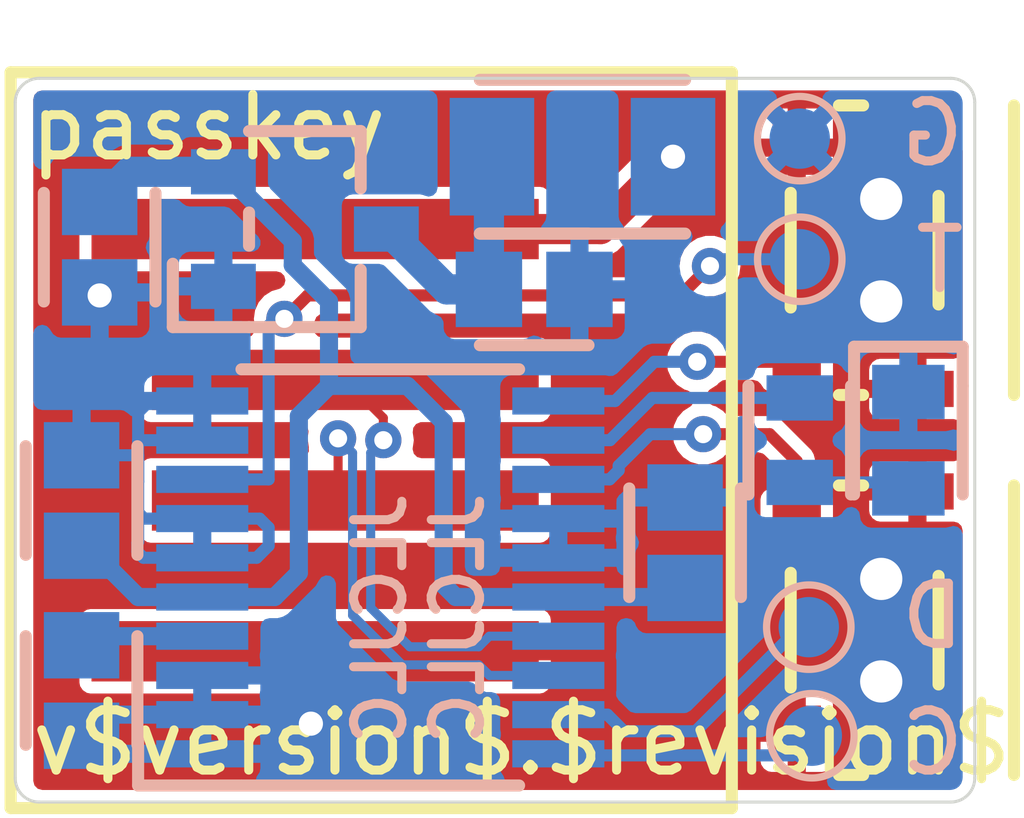
<source format=kicad_pcb>
(kicad_pcb (version 20240108) (generator "pcbnew") (generator_version "8.0")
  (title_block (title "passkey") (date "$date$") (rev "$version$.$revision$") (company "CuVoodoo") (comment 1 "King Kévin") (comment 2 "CERN-OHL-S"))
  (layers (0 "F.Cu" signal) (31 "B.Cu" signal) (36 "B.SilkS" user "B.Silkscreen") (37 "F.SilkS" user "F.Silkscreen") (38 "B.Mask" user) (39 "F.Mask" user) (44 "Edge.Cuts" user))
  (net 0 "")
  (net 1 "+5V")
  (net 2 "GND")
  (net 3 "+3.3V")
  (net 4 "/LED")
  (net 5 "/BT1")
  (net 6 "/BT2")
  (net 7 "/SWDIO")
  (net 8 "/SWCLK")
  (net 9 "/D-")
  (net 10 "/D+")
  (net 11 "Net-(D1-A)")
  (net 12 "Net-(U3-NRST)")
  (net 13 "/TX")
  (net 14 "Net-(J1-VBUS)")
  (footprint "qeda:MECHANICAL_1TS003B" (layer "F.Cu") (at 51.8 30.65 -90)
    (property "Reference" "SW2")
    (property "Value" "SW_Push" (hide yes))
    (fp_line (start -0.95 1.85) (end 0.95 1.85) (stroke (width 0.2)) (layer "F.SilkS"))
    (fp_line (start -2.4 0.65) (end -2.4 1.05) (stroke (width 0.2)) (layer "F.SilkS"))
    (fp_line (start 2.4 0.65) (end 2.4 1.05) (stroke (width 0.2)) (layer "F.SilkS"))
    (fp_line (start -0.9 -0.6) (end 0.9 -0.6) (stroke (width 0.2)) (layer "F.SilkS"))
    (fp_line (start -2.4 -1.85) (end 2.4 -1.85) (stroke (width 0.2)) (layer "F.SilkS"))
    (pad "" thru_hole circle (at -0.85 0.35 270) (size 0.8 0.8) (drill 0.7) (layers "*.Cu" "*.Mask") (net 2 "GND"))
    (pad "" thru_hole circle (at 0.85 0.35 270) (size 0.8 0.8) (drill 0.7) (layers "*.Cu" "*.Mask") (net 2 "GND"))
    (pad "1" smd rect (at -1.7 1.75 270) (size 0.9 0.8) (layers "F.Cu" "F.Paste" "F.Mask") (net 6 "/BT2"))
    (pad "2" smd rect (at 1.7 1.75 270) (size 0.9 0.8) (layers "F.Cu" "F.Paste" "F.Mask") (net 2 "GND"))
    (pad "NC1" smd rect (at -2.3 -0.25 270) (size 0.6 1.2) (layers "F.Cu" "F.Paste" "F.Mask") (net 2 "GND"))
    (pad "NC2" smd rect (at 2.3 -0.25 270) (size 0.6 1.2) (layers "F.Cu" "F.Paste" "F.Mask") (net 2 "GND"))
  )
  (footprint "qeda:MECHANICAL_1TS003B" (layer "F.Cu") (at 51.8 24.35 -90)
    (property "Reference" "SW1")
    (property "Value" "SW_Push" (hide yes))
    (fp_line (start -0.95 1.85) (end 0.95 1.85) (stroke (width 0.2)) (layer "F.SilkS"))
    (fp_line (start -2.4 0.65) (end -2.4 1.05) (stroke (width 0.2)) (layer "F.SilkS"))
    (fp_line (start 2.4 0.65) (end 2.4 1.05) (stroke (width 0.2)) (layer "F.SilkS"))
    (fp_line (start -0.9 -0.6) (end 0.9 -0.6) (stroke (width 0.2)) (layer "F.SilkS"))
    (fp_line (start -2.4 -1.85) (end 2.4 -1.85) (stroke (width 0.2)) (layer "F.SilkS"))
    (pad "" thru_hole circle (at -0.85 0.35 270) (size 0.8 0.8) (drill 0.7) (layers "*.Cu" "*.Mask") (net 2 "GND"))
    (pad "" thru_hole circle (at 0.85 0.35 270) (size 0.8 0.8) (drill 0.7) (layers "*.Cu" "*.Mask") (net 2 "GND"))
    (pad "1" smd rect (at -1.7 1.75 270) (size 0.9 0.8) (layers "F.Cu" "F.Paste" "F.Mask") (net 2 "GND"))
    (pad "2" smd rect (at 1.7 1.75 270) (size 0.9 0.8) (layers "F.Cu" "F.Paste" "F.Mask") (net 5 "/BT1"))
    (pad "NC1" smd rect (at -2.3 -0.25 270) (size 0.6 1.2) (layers "F.Cu" "F.Paste" "F.Mask") (net 2 "GND"))
    (pad "NC2" smd rect (at 2.3 -0.25 270) (size 0.6 1.2) (layers "F.Cu" "F.Paste" "F.Mask") (net 2 "GND"))
  )
  (footprint "qeda:CONNECTOR_USB-A-PLUG" (layer "F.Cu") (at 43 27.5 -90)
    (property "Reference" "J1")
    (property "Value" "USB_A" (hide yes))
    (fp_line (start -6.1 5.975) (end -6.1 -5.975) (stroke (width 0.2)) (layer "F.SilkS"))
    (fp_line (start 6.1 5.975) (end -6.1 5.975) (stroke (width 0.2)) (layer "F.SilkS"))
    (fp_line (start -6.1 -5.975) (end 6.1 -5.975) (stroke (width 0.2)) (layer "F.SilkS"))
    (fp_line (start 6.1 -5.975) (end 6.1 5.975) (stroke (width 0.2)) (layer "F.SilkS"))
    (pad "1" smd rect (at -3.5 0.93 270) (size 1 7.41) (layers "F.Cu" "F.Paste" "F.Mask") (net 14 "Net-(J1-VBUS)"))
    (pad "2" smd rect (at -1 0.43 270) (size 1 6.41) (layers "F.Cu" "F.Paste" "F.Mask") (net 9 "/D-"))
    (pad "3" smd rect (at 1 0.43 270) (size 1 6.41) (layers "F.Cu" "F.Paste" "F.Mask") (net 10 "/D+"))
    (pad "4" smd rect (at 3.5 0.93 270) (size 1 7.41) (layers "F.Cu" "F.Paste" "F.Mask") (net 2 "GND"))
  )
  (footprint "qeda:FUSC3215X117N" (layer "B.Cu") (at 46.5 22.8 90)
    (property "Reference" "F1")
    (property "Value" "50mA" (hide yes))
    (fp_line (start 1.275 -1.7) (end 1.275 1.7) (stroke (width 0.2)) (layer "B.SilkS"))
    (fp_line (start -1.275 -1.7) (end -1.275 1.7) (stroke (width 0.2)) (layer "B.SilkS"))
    (pad "1" smd rect (at 0 1.5 90) (size 1.95 1.4) (layers "B.Cu" "B.Paste" "B.Mask") (net 14 "Net-(J1-VBUS)"))
    (pad "2" smd rect (at 0 -1.5 90) (size 1.95 1.4) (layers "B.Cu" "B.Paste" "B.Mask") (net 1 "+5V"))
  )
  (footprint "qeda:CAPC1608X92N" (layer "B.Cu") (at 38.2 28.5)
    (property "Reference" "C3")
    (property "Value" "100nF" (hide yes))
    (fp_line (start -0.925 0.9) (end -0.925 -0.9) (stroke (width 0.2)) (layer "B.SilkS"))
    (fp_line (start 0.925 0.9) (end 0.925 -0.9) (stroke (width 0.2)) (layer "B.SilkS"))
    (pad "1" smd rect (at 0 0.75) (size 1.25 1.1) (layers "B.Cu" "B.Paste" "B.Mask") (net 3 "+3.3V"))
    (pad "2" smd rect (at 0 -0.75) (size 1.25 1.1) (layers "B.Cu" "B.Paste" "B.Mask") (net 2 "GND"))
  )
  (footprint "qeda:UC1608X55N" (layer "B.Cu") (at 50.1 27.5 180)
    (property "Reference" "R1")
    (property "Value" "1k" (hide yes))
    (fp_line (start 0.85 0.9) (end 0.85 -0.9) (stroke (width 0.2)) (layer "B.SilkS"))
    (fp_line (start -0.85 0.9) (end -0.85 -0.9) (stroke (width 0.2)) (layer "B.SilkS"))
    (pad "1" smd rect (at 0 0.7 180) (size 1.1 0.75) (layers "B.Cu" "B.Paste" "B.Mask") (net 4 "/LED"))
    (pad "2" smd rect (at 0 -0.7 180) (size 1.1 0.75) (layers "B.Cu" "B.Paste" "B.Mask") (net 11 "Net-(D1-A)"))
  )
  (footprint "TestPoint:TestPoint_Pad_D1.0mm" (layer "B.Cu") (at 50.3 32.4 180)
    (property "Reference" "TP3")
    (property "Value" "SWCLK" (hide yes))
    (fp_circle (center 0 0) (end 0 -0.7) (stroke (width 0.12)) (fill none) (layer "B.SilkS"))
    (pad "1" smd circle (at 0 0 180) (size 1 1) (layers "B.Cu" "B.Mask") (net 8 "/SWCLK"))
  )
  (footprint "qeda:SOP65P640X120-20N" (layer "B.Cu") (at 43.15 29.775)
    (property "Reference" "U3")
    (property "Value" "STM32F042F6P" (hide yes))
    (fp_line (start -4.013 2.7) (end -4.013 3.45) (stroke (width 0.2)) (layer "B.SilkS"))
    (fp_line (start -4.013 3.45) (end -2.3 3.45) (stroke (width 0.2)) (layer "B.SilkS"))
    (fp_line (start -2.3 -3.45) (end 2.3 -3.45) (stroke (width 0.2)) (layer "B.SilkS"))
    (fp_line (start 2.3 3.45) (end -2.3 3.45) (stroke (width 0.2)) (layer "B.SilkS"))
    (pad "1" smd rect (at -2.95 2.925) (size 1.525 0.45) (layers "B.Cu" "B.Paste" "B.Mask") (net 2 "GND"))
    (pad "2" smd rect (at -2.95 2.275) (size 1.525 0.45) (layers "B.Cu" "B.Paste" "B.Mask") (net 2 "GND"))
    (pad "3" smd rect (at -2.95 1.625) (size 1.525 0.45) (layers "B.Cu" "B.Paste" "B.Mask") (net 2 "GND"))
    (pad "4" smd rect (at -2.95 0.975) (size 1.525 0.45) (layers "B.Cu" "B.Paste" "B.Mask") (net 12 "Net-(U3-NRST)"))
    (pad "5" smd rect (at -2.95 0.325) (size 1.525 0.45) (layers "B.Cu" "B.Paste" "B.Mask") (net 3 "+3.3V"))
    (pad "6" smd rect (at -2.95 -0.325) (size 1.525 0.45) (layers "B.Cu" "B.Paste" "B.Mask") (net 2 "GND"))
    (pad "7" smd rect (at -2.95 -0.975) (size 1.525 0.45) (layers "B.Cu" "B.Paste" "B.Mask") (net 2 "GND"))
    (pad "8" smd rect (at -2.95 -1.625) (size 1.525 0.45) (layers "B.Cu" "B.Paste" "B.Mask") (net 13 "/TX"))
    (pad "9" smd rect (at -2.95 -2.275) (size 1.525 0.45) (layers "B.Cu" "B.Paste" "B.Mask") (net 2 "GND"))
    (pad "10" smd rect (at -2.95 -2.925) (size 1.525 0.45) (layers "B.Cu" "B.Paste" "B.Mask") (net 2 "GND"))
    (pad "11" smd rect (at 2.95 -2.925) (size 1.525 0.45) (layers "B.Cu" "B.Paste" "B.Mask") (net 5 "/BT1"))
    (pad "12" smd rect (at 2.95 -2.275) (size 1.525 0.45) (layers "B.Cu" "B.Paste" "B.Mask") (net 4 "/LED"))
    (pad "13" smd rect (at 2.95 -1.625) (size 1.525 0.45) (layers "B.Cu" "B.Paste" "B.Mask") (net 6 "/BT2"))
    (pad "14" smd rect (at 2.95 -0.975) (size 1.525 0.45) (layers "B.Cu" "B.Paste" "B.Mask") (net 2 "GND"))
    (pad "15" smd rect (at 2.95 -0.325) (size 1.525 0.45) (layers "B.Cu" "B.Paste" "B.Mask") (net 2 "GND"))
    (pad "16" smd rect (at 2.95 0.325) (size 1.525 0.45) (layers "B.Cu" "B.Paste" "B.Mask") (net 3 "+3.3V"))
    (pad "17" smd rect (at 2.95 0.975) (size 1.525 0.45) (layers "B.Cu" "B.Paste" "B.Mask") (net 9 "/D-"))
    (pad "18" smd rect (at 2.95 1.625) (size 1.525 0.45) (layers "B.Cu" "B.Paste" "B.Mask") (net 10 "/D+"))
    (pad "19" smd rect (at 2.95 2.275) (size 1.525 0.45) (layers "B.Cu" "B.Paste" "B.Mask") (net 7 "/SWDIO"))
    (pad "20" smd rect (at 2.95 2.925) (size 1.525 0.45) (layers "B.Cu" "B.Paste" "B.Mask") (net 8 "/SWCLK"))
  )
  (footprint "qeda:CAPC1608X92N" (layer "B.Cu") (at 45.7 25 -90)
    (property "Reference" "C1")
    (property "Value" "1uF" (hide yes))
    (fp_line (start -0.925 0.9) (end -0.925 -0.9) (stroke (width 0.2)) (layer "B.SilkS"))
    (fp_line (start 0.925 0.9) (end 0.925 -0.9) (stroke (width 0.2)) (layer "B.SilkS"))
    (pad "1" smd rect (at 0 0.75 270) (size 1.25 1.1) (layers "B.Cu" "B.Paste" "B.Mask") (net 1 "+5V"))
    (pad "2" smd rect (at 0 -0.75 270) (size 1.25 1.1) (layers "B.Cu" "B.Paste" "B.Mask") (net 2 "GND"))
  )
  (footprint "TestPoint:TestPoint_Pad_D1.0mm" (layer "B.Cu") (at 50.25 30.6 180)
    (property "Reference" "TP2")
    (property "Value" "SWDIO" (hide yes))
    (fp_circle (center 0 0) (end 0 -0.7) (stroke (width 0.12)) (fill none) (layer "B.SilkS"))
    (pad "1" smd circle (at 0 0 180) (size 1 1) (layers "B.Cu" "B.Mask") (net 7 "/SWDIO"))
  )
  (footprint "qeda:UPC1608X90N" (layer "B.Cu") (at 51.9 27.5 180)
    (property "Reference" "D1")
    (property "Value" "RED" (hide yes))
    (fp_line (start 0.9 1.55) (end 0.9 0.9) (stroke (width 0.2)) (layer "B.SilkS"))
    (fp_line (start 0.9 0.9) (end 0.9 -0.9) (stroke (width 0.2)) (layer "B.SilkS"))
    (fp_line (start -0.9 1.55) (end 0.9 1.55) (stroke (width 0.2)) (layer "B.SilkS"))
    (fp_line (start -0.9 0.9) (end -0.9 1.55) (stroke (width 0.2)) (layer "B.SilkS"))
    (fp_line (start -0.9 0.9) (end -0.9 -0.9) (stroke (width 0.2)) (layer "B.SilkS"))
    (pad "1" smd rect (at 0 0.8 180) (size 1.2 0.9) (layers "B.Cu" "B.Paste" "B.Mask") (net 2 "GND"))
    (pad "2" smd rect (at 0 -0.8 180) (size 1.2 0.9) (layers "B.Cu" "B.Paste" "B.Mask") (net 11 "Net-(D1-A)"))
  )
  (footprint "qeda:CAPC1608X92N" (layer "B.Cu") (at 38.2 31.65 180)
    (property "Reference" "C5")
    (property "Value" "100nF" (hide yes))
    (fp_line (start 0.925 0.9) (end 0.925 -0.9) (stroke (width 0.2)) (layer "B.SilkS"))
    (fp_line (start -0.925 0.9) (end -0.925 -0.9) (stroke (width 0.2)) (layer "B.SilkS"))
    (pad "1" smd rect (at 0 0.75 180) (size 1.25 1.1) (layers "B.Cu" "B.Paste" "B.Mask") (net 12 "Net-(U3-NRST)"))
    (pad "2" smd rect (at 0 -0.75 180) (size 1.25 1.1) (layers "B.Cu" "B.Paste" "B.Mask") (net 2 "GND"))
  )
  (footprint "qeda:SOT95P280X130-3N" (layer "B.Cu") (at 41.9 24)
    (property "Reference" "U1")
    (property "Value" "XC6206P332" (hide yes))
    (fp_line (start -2.188 1.625) (end -2.188 0.575) (stroke (width 0.2)) (layer "B.SilkS"))
    (fp_line (start -0.925 0.275) (end -0.925 -0.275) (stroke (width 0.2)) (layer "B.SilkS"))
    (fp_line (start -0.925 1.625) (end -2.188 1.625) (stroke (width 0.2)) (layer "B.SilkS"))
    (fp_line (start -0.925 1.625) (end 0.925 1.625) (stroke (width 0.2)) (layer "B.SilkS"))
    (fp_line (start 0.925 -1.625) (end -0.925 -1.625) (stroke (width 0.2)) (layer "B.SilkS"))
    (fp_line (start 0.925 -0.675) (end 0.925 -1.625) (stroke (width 0.2)) (layer "B.SilkS"))
    (fp_line (start 0.925 1.625) (end 0.925 0.675) (stroke (width 0.2)) (layer "B.SilkS"))
    (pad "1" smd rect (at -1.35 0.95) (size 1.075 0.75) (layers "B.Cu" "B.Paste" "B.Mask") (net 2 "GND"))
    (pad "2" smd rect (at -1.35 -0.95) (size 1.075 0.75) (layers "B.Cu" "B.Paste" "B.Mask") (net 3 "+3.3V"))
    (pad "3" smd rect (at 1.35 0) (size 1.075 0.75) (layers "B.Cu" "B.Paste" "B.Mask") (net 1 "+5V"))
  )
  (footprint "qeda:CAPC1608X92N" (layer "B.Cu") (at 48.2 29.2)
    (property "Reference" "C4")
    (property "Value" "100nF" (hide yes))
    (fp_line (start -0.925 0.9) (end -0.925 -0.9) (stroke (width 0.2)) (layer "B.SilkS"))
    (fp_line (start 0.925 0.9) (end 0.925 -0.9) (stroke (width 0.2)) (layer "B.SilkS"))
    (pad "1" smd rect (at 0 0.75) (size 1.25 1.1) (layers "B.Cu" "B.Paste" "B.Mask") (net 3 "+3.3V"))
    (pad "2" smd rect (at 0 -0.75) (size 1.25 1.1) (layers "B.Cu" "B.Paste" "B.Mask") (net 2 "GND"))
  )
  (footprint "qeda:CAPC1608X92N" (layer "B.Cu") (at 38.5 24.3 180)
    (property "Reference" "C2")
    (property "Value" "1uF" (hide yes))
    (fp_line (start 0.925 0.9) (end 0.925 -0.9) (stroke (width 0.2)) (layer "B.SilkS"))
    (fp_line (start -0.925 0.9) (end -0.925 -0.9) (stroke (width 0.2)) (layer "B.SilkS"))
    (pad "1" smd rect (at 0 0.75 180) (size 1.25 1.1) (layers "B.Cu" "B.Paste" "B.Mask") (net 3 "+3.3V"))
    (pad "2" smd rect (at 0 -0.75 180) (size 1.25 1.1) (layers "B.Cu" "B.Paste" "B.Mask") (net 2 "GND"))
  )
  (footprint "TestPoint:TestPoint_Pad_D1.0mm" (layer "B.Cu") (at 50.1 24.5 180)
    (property "Reference" "TP1")
    (property "Value" "TX" (hide yes))
    (fp_circle (center 0 0) (end 0 -0.7) (stroke (width 0.12)) (fill none) (layer "B.SilkS"))
    (pad "1" smd circle (at 0 0 180) (size 1 1) (layers "B.Cu" "B.Mask") (net 13 "/TX"))
  )
  (footprint "TestPoint:TestPoint_Pad_D1.0mm" (layer "B.Cu") (at 50.1 22.5 180)
    (property "Reference" "TP4")
    (property "Value" "GND" (hide yes))
    (fp_circle (center 0 0) (end 0 -0.7) (stroke (width 0.12)) (fill none) (layer "B.SilkS"))
    (pad "1" smd circle (at 0 0 180) (size 1 1) (layers "B.Cu" "B.Mask") (net 2 "GND"))
  )
  (gr_arc (start 52.6 21.5) (mid 52.882843 21.617157) (end 53 21.9) (stroke (width 0.05)) (layer "Edge.Cuts"))
  (gr_line (start 37.1 33.1) (end 37.1 21.9) (stroke (width 0.05)) (layer "Edge.Cuts"))
  (gr_line (start 52.6 33.5) (end 37.5 33.5) (stroke (width 0.05)) (layer "Edge.Cuts"))
  (gr_line (start 37.5 21.5) (end 52.6 21.5) (stroke (width 0.05)) (layer "Edge.Cuts"))
  (gr_arc (start 37.1 21.9) (mid 37.217157 21.617157) (end 37.5 21.5) (stroke (width 0.05)) (layer "Edge.Cuts"))
  (gr_arc (start 37.5 33.5) (mid 37.217157 33.382843) (end 37.1 33.1) (stroke (width 0.05)) (layer "Edge.Cuts"))
  (gr_arc (start 53 33.1) (mid 52.882843 33.382843) (end 52.6 33.5) (stroke (width 0.05)) (layer "Edge.Cuts"))
  (gr_line (start 53 33.1) (end 53 21.9) (stroke (width 0.05)) (layer "Edge.Cuts"))
  (gr_text "C" (at 52.9 33.1 0) (layer "B.SilkS") (effects (font (size 1 1)) (justify left bottom mirror)))
  (gr_text "T" (at 52.9 25.1 0) (layer "B.SilkS") (effects (font (size 1 1)) (justify left bottom mirror)))
  (gr_text "D" (at 52.9 31 0) (layer "B.SilkS") (effects (font (size 1 1)) (justify left bottom mirror)))
  (gr_text "JLCJLC\nJLCJLC" (at 44.9 28.3 90) (layer "B.SilkS") (effects (font (size 0.8 0.8)) (justify left bottom mirror)))
  (gr_text "G" (at 52.9 23 0) (layer "B.SilkS") (effects (font (size 1 1)) (justify left bottom mirror)))
  (gr_text "v$version$.$revision$" (at 37.3 33.1 0) (layer "F.SilkS") (effects (font (size 1 1)) (justify left bottom)))
  (gr_text "passkey" (at 40.3 22.9 0) (layer "F.SilkS") (effects (font (size 1 1)) (justify bottom)))
  (segment (start 44.95 25) (end 44.95 24) (width 0.5) (layer "B.Cu") (net 1))
  (segment (start 44.95 25) (end 44.25 25) (width 0.5) (layer "B.Cu") (net 1))
  (segment (start 44.25 25) (end 43.25 24) (width 0.5) (layer "B.Cu") (net 1))
  (segment (start 44.95 24) (end 44.95 22.85) (width 0.5) (layer "B.Cu") (net 1))
  (segment (start 44.95 22.85) (end 45 22.8) (width 0.5) (layer "B.Cu") (net 1))
  (via (at 42 32.2) (size 0.8) (drill 0.4) (layers "F.Cu" "B.Cu") (net 2))
  (via (at 38.5 25.100002) (size 0.8) (drill 0.4) (layers "F.Cu" "B.Cu") (net 2))
  (segment (start 39.225 29.45) (end 39.125 29.35) (width 0.2) (layer "B.Cu") (net 2))
  (segment (start 40.2 29.45) (end 39.225 29.45) (width 0.2) (layer "B.Cu") (net 2))
  (segment (start 40.2 28.8) (end 41.15 28.8) (width 0.2) (layer "B.Cu") (net 2))
  (segment (start 39.125 29.35) (end 39.125 29.2) (width 0.2) (layer "B.Cu") (net 2))
  (segment (start 41.1 29.45) (end 40.2 29.45) (width 0.2) (layer "B.Cu") (net 2))
  (segment (start 40.2 27.5) (end 39.1375 27.5) (width 0.2) (layer "B.Cu") (net 2))
  (segment (start 39.1375 28.7) (end 39.1375 28.1875) (width 0.2) (layer "B.Cu") (net 2))
  (segment (start 39.125 29.2) (end 39.1375 29.1875) (width 0.2) (layer "B.Cu") (net 2))
  (segment (start 39.1375 29.1875) (end 39.1375 28.7) (width 0.2) (layer "B.Cu") (net 2))
  (segment (start 38.5 32.7) (end 38.2 32.4) (width 0.3) (layer "B.Cu") (net 2))
  (segment (start 40.2 32.05) (end 38.55 32.05) (width 0.3) (layer "B.Cu") (net 2))
  (segment (start 41.3 29.25) (end 41.1 29.45) (width 0.2) (layer "B.Cu") (net 2))
  (segment (start 39.1375 28.1875) (end 39.1375 27.75) (width 0.2) (layer "B.Cu") (net 2))
  (segment (start 38.55 32.05) (end 38.2 32.4) (width 0.3) (layer "B.Cu") (net 2))
  (segment (start 39.2375 28.8) (end 39.1375 28.7) (width 0.2) (layer "B.Cu") (net 2))
  (segment (start 38.45 27.5) (end 38.2 27.75) (width 0.2) (layer "B.Cu") (net 2))
  (segment (start 39.1375 27.0375) (end 39.1375 27.5) (width 0.2) (layer "B.Cu") (net 2))
  (segment (start 39.1375 27.75) (end 38.2 27.75) (width 0.2) (layer "B.Cu") (net 2))
  (segment (start 40.2 28.8) (end 39.2375 28.8) (width 0.2) (layer "B.Cu") (net 2))
  (segment (start 41.15 28.8) (end 41.3 28.95) (width 0.2) (layer "B.Cu") (net 2))
  (segment (start 39.325 26.85) (end 39.1375 27.0375) (width 0.2) (layer "B.Cu") (net 2))
  (segment (start 41.3 28.95) (end 41.3 29.25) (width 0.2) (layer "B.Cu") (net 2))
  (segment (start 39.1375 27.5) (end 39.1375 28.1875) (width 0.2) (layer "B.Cu") (net 2))
  (segment (start 40.2 26.85) (end 39.325 26.85) (width 0.2) (layer "B.Cu") (net 2))
  (segment (start 40.2 32.7) (end 38.5 32.7) (width 0.3) (layer "B.Cu") (net 2))
  (segment (start 44.4 30.1) (end 46.1 30.1) (width 0.3) (layer "B.Cu") (net 3))
  (segment (start 41.800625 27.099375) (end 42.3 26.6) (width 0.3) (layer "B.Cu") (net 3))
  (segment (start 39 23.05) (end 38.5 23.55) (width 0.5) (layer "B.Cu") (net 3))
  (segment (start 41.399998 30.1) (end 41.800625 29.699373) (width 0.3) (layer "B.Cu") (net 3))
  (segment (start 41.800625 29.699373) (end 41.800625 27.099375) (width 0.3) (layer "B.Cu") (net 3))
  (segment (start 40.2 30.1) (end 41.399998 30.1) (width 0.3) (layer "B.Cu") (net 3))
  (segment (start 42.3 26.6) (end 43.6 26.6) (width 0.3) (layer "B.Cu") (net 3))
  (segment (start 41.7 24.2) (end 40.55 23.05) (width 0.3) (layer "B.Cu") (net 3))
  (segment (start 48.05 30.1) (end 48.2 29.95) (width 0.3) (layer "B.Cu") (net 3))
  (segment (start 44.2 29.9) (end 44.4 30.1) (width 0.3) (layer "B.Cu") (net 3))
  (segment (start 44.2 27.2) (end 44.2 29.9) (width 0.3) (layer "B.Cu") (net 3))
  (segment (start 42.3 25.2) (end 41.7 24.6) (width 0.3) (layer "B.Cu") (net 3))
  (segment (start 46.1 30.1) (end 48.05 30.1) (width 0.3) (layer "B.Cu") (net 3))
  (segment (start 42.3 26.6) (end 42.3 25.2) (width 0.3) (layer "B.Cu") (net 3))
  (segment (start 40.55 23.05) (end 39 23.05) (width 0.5) (layer "B.Cu") (net 3))
  (segment (start 39.1375 30.1) (end 38.2875 29.25) (width 0.3) (layer "B.Cu") (net 3))
  (segment (start 40.2 30.1) (end 39.1375 30.1) (width 0.3) (layer "B.Cu") (net 3))
  (segment (start 38.2875 29.25) (end 38.2 29.25) (width 0.3) (layer "B.Cu") (net 3))
  (segment (start 43.6 26.6) (end 44.2 27.2) (width 0.3) (layer "B.Cu") (net 3))
  (segment (start 41.7 24.6) (end 41.7 24.2) (width 0.3) (layer "B.Cu") (net 3))
  (segment (start 47.656514 26.8) (end 50.1 26.8) (width 0.2) (layer "B.Cu") (net 4))
  (segment (start 46.1 27.5) (end 46.956514 27.5) (width 0.2) (layer "B.Cu") (net 4))
  (segment (start 46.956514 27.5) (end 47.656514 26.8) (width 0.2) (layer "B.Cu") (net 4))
  (segment (start 49.9 26.2) (end 50.05 26.05) (width 0.2) (layer "F.Cu") (net 5))
  (segment (start 48.4 26.2) (end 49.9 26.2) (width 0.2) (layer "F.Cu") (net 5))
  (via (at 48.4 26.2) (size 0.6) (drill 0.3) (layers "F.Cu" "B.Cu") (net 5))
  (segment (start 47.690828 26.2) (end 47.040828 26.85) (width 0.2) (layer "B.Cu") (net 5))
  (segment (start 48.4 26.2) (end 47.690828 26.2) (width 0.2) (layer "B.Cu") (net 5))
  (segment (start 47.040828 26.85) (end 46.1 26.85) (width 0.2) (layer "B.Cu") (net 5))
  (segment (start 50.05 27.85) (end 50.05 28.95) (width 0.2) (layer "F.Cu") (net 6))
  (segment (start 49.6 27.4) (end 50.05 27.85) (width 0.2) (layer "F.Cu") (net 6))
  (segment (start 48.5 27.4) (end 49.6 27.4) (width 0.2) (layer "F.Cu") (net 6))
  (via (at 48.5 27.4) (size 0.6) (drill 0.3) (layers "F.Cu" "B.Cu") (net 6))
  (segment (start 48.5 27.4) (end 47.6222 27.4) (width 0.2) (layer "B.Cu") (net 6))
  (segment (start 47.6222 27.4) (end 47.1 27.9222) (width 0.2) (layer "B.Cu") (net 6))
  (segment (start 47.1 28) (end 46.95 28.15) (width 0.2) (layer "B.Cu") (net 6))
  (segment (start 46.95 28.15) (end 46.1 28.15) (width 0.2) (layer "B.Cu") (net 6))
  (segment (start 47.1 27.9222) (end 47.1 28) (width 0.2) (layer "B.Cu") (net 6))
  (segment (start 46.1 32.05) (end 46.9125 32.05) (width 0.2) (layer "B.Cu") (net 7))
  (segment (start 46.9125 32.05) (end 47.188023 32.325523) (width 0.2) (layer "B.Cu") (net 7))
  (segment (start 48.374477 32.325523) (end 50.3 30.4) (width 0.2) (layer "B.Cu") (net 7))
  (segment (start 47.188023 32.325523) (end 48.374477 32.325523) (width 0.2) (layer "B.Cu") (net 7))
  (segment (start 46.1 32.7) (end 46.125523 32.725523) (width 0.2) (layer "B.Cu") (net 8))
  (segment (start 46.125523 32.725523) (end 49.974477 32.725523) (width 0.2) (layer "B.Cu") (net 8))
  (segment (start 49.974477 32.725523) (end 50.3 32.4) (width 0.2) (layer "B.Cu") (net 8))
  (segment (start 43.2 27.13) (end 42.57 26.5) (width 0.15) (layer "F.Cu") (net 9))
  (segment (start 43.2 27.5) (end 43.2 27.13) (width 0.15) (layer "F.Cu") (net 9))
  (via (at 43.2 27.5) (size 0.6) (drill 0.3) (layers "F.Cu" "B.Cu") (net 9))
  (segment (start 44.956249 30.75) (end 44.781249 30.925) (width 0.15) (layer "B.Cu") (net 9))
  (segment (start 42.990651 27.709349) (end 43.2 27.5) (width 0.15) (layer "B.Cu") (net 9))
  (segment (start 43.637134 30.925) (end 42.990651 30.278517) (width 0.15) (layer "B.Cu") (net 9))
  (segment (start 44.781249 30.925) (end 43.637134 30.925) (width 0.15) (layer "B.Cu") (net 9))
  (segment (start 46.1 30.75) (end 44.956249 30.75) (width 0.15) (layer "B.Cu") (net 9))
  (segment (start 42.990651 30.278517) (end 42.990651 27.709349) (width 0.15) (layer "B.Cu") (net 9))
  (segment (start 42.450625 27.469325) (end 42.450625 28.380625) (width 0.15) (layer "F.Cu") (net 10))
  (segment (start 42.450625 28.380625) (end 42.57 28.5) (width 0.15) (layer "F.Cu") (net 10))
  (via (at 42.450625 27.469325) (size 0.6) (drill 0.3) (layers "F.Cu" "B.Cu") (net 10))
  (segment (start 44.781249 31.225) (end 43.512866 31.225) (width 0.15) (layer "B.Cu") (net 10))
  (segment (start 44.956249 31.4) (end 44.781249 31.225) (width 0.15) (layer "B.Cu") (net 10))
  (segment (start 43.512866 31.225) (end 42.690649 30.402783) (width 0.15) (layer "B.Cu") (net 10))
  (segment (start 46.1 31.4) (end 44.956249 31.4) (width 0.15) (layer "B.Cu") (net 10))
  (segment (start 42.690649 27.709349) (end 42.450625 27.469325) (width 0.15) (layer "B.Cu") (net 10))
  (segment (start 42.690649 30.402783) (end 42.690649 27.709349) (width 0.15) (layer "B.Cu") (net 10))
  (segment (start 51.8 28.2) (end 51.9 28.3) (width 0.2) (layer "B.Cu") (net 11))
  (segment (start 50.1 28.2) (end 51.8 28.2) (width 0.2) (layer "B.Cu") (net 11))
  (segment (start 40.2 30.75) (end 38.35 30.75) (width 0.3) (layer "B.Cu") (net 12))
  (segment (start 38.35 30.75) (end 38.2 30.9) (width 0.3) (layer "B.Cu") (net 12))
  (segment (start 41.560188 25.487996) (end 41.948184 25.1) (width 0.2) (layer "F.Cu") (net 13))
  (segment (start 48.125 25.1) (end 48.6125 24.6125) (width 0.2) (layer "F.Cu") (net 13))
  (segment (start 41.948184 25.1) (end 48.125 25.1) (width 0.2) (layer "F.Cu") (net 13))
  (via (at 41.560188 25.487996) (size 0.6) (drill 0.3) (layers "F.Cu" "B.Cu") (net 13))
  (via (at 48.6125 24.6125) (size 0.6) (drill 0.3) (layers "F.Cu" "B.Cu") (net 13))
  (segment (start 41.3 25.6) (end 41.3 28.15) (width 0.2) (layer "B.Cu") (net 13))
  (segment (start 48.725 24.5) (end 48.6125 24.6125) (width 0.2) (layer "B.Cu") (net 13))
  (segment (start 41.412004 25.487996) (end 41.3 25.6) (width 0.2) (layer "B.Cu") (net 13))
  (segment (start 41.560188 25.487996) (end 41.412004 25.487996) (width 0.2) (layer "B.Cu") (net 13))
  (segment (start 41.3 28.15) (end 40.2 28.15) (width 0.2) (layer "B.Cu") (net 13))
  (segment (start 50.1 24.5) (end 48.725 24.5) (width 0.2) (layer "B.Cu") (net 13))
  (segment (start 46.8 24) (end 48 22.8) (width 0.5) (layer "F.Cu") (net 14))
  (segment (start 42.07 24) (end 46.8 24) (width 0.5) (layer "F.Cu") (net 14))
  (via (at 48 22.8) (size 0.8) (drill 0.4) (layers "F.Cu" "B.Cu") (net 14))
  (zone (net 2) (net_name "GND") (layers "F&B.Cu") (connect_pads (clearance 0.2)) (min_thickness 0.3) (fill yes (thermal_gap 0.2) (thermal_bridge_width 0.3))
    (polygon (pts (xy 37.4 21.7) (xy 52.9 21.7) (xy 52.9 33.3) (xy 37.4 33.3)))
  )
)
</source>
